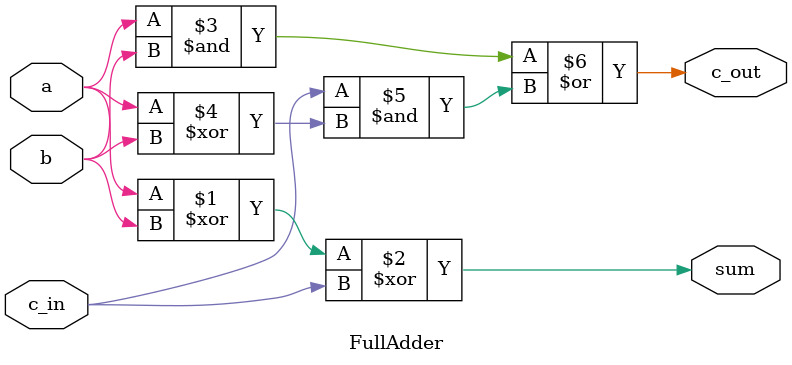
<source format=v>

module func5(A, C);
    input [25:0] A;
    output [25:0] C;

    wire [24:0] sum;  // Internal wire to store the sum of each bit
    wire [24:0] c_out; // Internal wire to store the carry-out of each bit

    // FullAdder module
    FullAdder FA0(.a(A[25]), .b(A[24]), .c_in(1'b0), .sum(sum[24]), .c_out(c_out[24]));
    FullAdder FA1(.a(sum[24]), .b(A[23]), .c_in(c_out[24]), .sum(sum[23]), .c_out(c_out[23]));
    FullAdder FA2(.a(sum[23]), .b(A[22]), .c_in(c_out[23]), .sum(sum[22]), .c_out(c_out[22]));
    FullAdder FA3(.a(sum[22]), .b(A[21]), .c_in(c_out[22]), .sum(sum[21]), .c_out(c_out[21]));
    FullAdder FA4(.a(sum[21]), .b(A[20]), .c_in(c_out[21]), .sum(sum[20]), .c_out(c_out[20]));
    FullAdder FA5(.a(sum[20]), .b(A[19]), .c_in(c_out[20]), .sum(sum[19]), .c_out(c_out[19]));
    FullAdder FA6(.a(sum[19]), .b(A[18]), .c_in(c_out[19]), .sum(sum[18]), .c_out(c_out[18]));
    FullAdder FA7(.a(sum[18]), .b(A[17]), .c_in(c_out[18]), .sum(sum[17]), .c_out(c_out[17]));
    FullAdder FA8(.a(sum[17]), .b(A[16]), .c_in(c_out[17]), .sum(sum[16]), .c_out(c_out[16]));
    FullAdder FA9(.a(sum[16]), .b(A[15]), .c_in(c_out[16]), .sum(sum[15]), .c_out(c_out[15]));
    FullAdder FA10(.a(sum[15]), .b(A[14]), .c_in(c_out[15]), .sum(sum[14]), .c_out(c_out[14]));
    FullAdder FA11(.a(sum[14]), .b(A[13]), .c_in(c_out[14]), .sum(sum[13]), .c_out(c_out[13]));
    FullAdder FA12(.a(sum[13]), .b(A[12]), .c_in(c_out[13]), .sum(sum[12]), .c_out(c_out[12]));
    FullAdder FA13(.a(sum[12]), .b(A[11]), .c_in(c_out[12]), .sum(sum[11]), .c_out(c_out[11]));
    FullAdder FA14(.a(sum[11]), .b(A[10]), .c_in(c_out[11]), .sum(sum[10]), .c_out(c_out[10]));
    FullAdder FA15(.a(sum[10]), .b(A[9]), .c_in(c_out[10]), .sum(sum[9]), .c_out(c_out[9]));
    FullAdder FA16(.a(sum[9]), .b(A[8]), .c_in(c_out[9]), .sum(sum[8]), .c_out(c_out[8]));
    FullAdder FA17(.a(sum[8]), .b(A[7]), .c_in(c_out[8]), .sum(sum[7]), .c_out(c_out[7]));
    FullAdder FA18(.a(sum[7]), .b(A[6]), .c_in(c_out[7]), .sum(sum[6]), .c_out(c_out[6]));
    FullAdder FA19(.a(sum[6]), .b(A[5]), .c_in(c_out[6]), .sum(sum[5]), .c_out(c_out[5]));
    FullAdder FA20(.a(sum[5]), .b(A[4]), .c_in(c_out[5]), .sum(sum[4]), .c_out(c_out[4]));
    FullAdder FA21(.a(sum[4]), .b(A[3]), .c_in(c_out[4]), .sum(sum[3]), .c_out(c_out[3]));
    FullAdder FA22(.a(sum[3]), .b(A[2]), .c_in(c_out[3]), .sum(sum[2]), .c_out(c_out[2]));
    FullAdder FA23(.a(sum[2]), .b(A[1]), .c_in(c_out[2]), .sum(sum[1]), .c_out(c_out[1]));
    FullAdder FA24(.a(sum[1]), .b(A[0]), .c_in(c_out[1]), .sum(C[0]), .c_out(c_out[0]));

    // Assign the carry-out of the last FullAdder to the carry-out of the top-level module
    assign C[25] = c_out[0];

    // Assign the sum of each FullAdder to the output of the top-level module
    assign C[24:1] = sum[24:1];
endmodule
module FullAdder(a, b, c_in, sum, c_out);
    input a, b, c_in;
    output sum, c_out;

    assign sum = a ^ b ^ c_in;
    assign c_out = (a & b) | (c_in & (a ^ b));
endmodule
</source>
